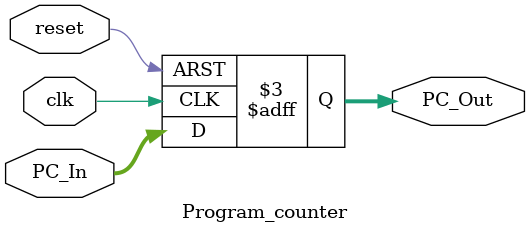
<source format=v>
`timescale 1ns / 1ps

module Program_counter
(
input clk,reset,
input [63:0] PC_In,
output reg [63:0] PC_Out
);
initial
PC_Out=64'd0;
always @ (posedge clk or posedge reset)
begin
if (reset)
PC_Out=64'd0;
else
PC_Out=PC_In;
end
endmodule

</source>
